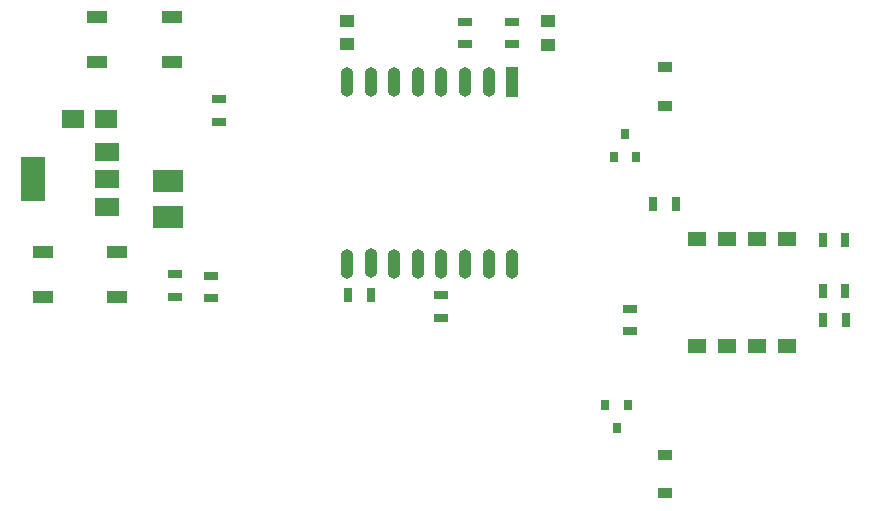
<source format=gtp>
G04 #@! TF.GenerationSoftware,KiCad,Pcbnew,(2017-04-22 revision b38541345)-makepkg*
G04 #@! TF.CreationDate,2017-05-30T09:40:34-07:00*
G04 #@! TF.ProjectId,WifiRelay,5769666952656C61792E6B696361645F,rev?*
G04 #@! TF.FileFunction,Paste,Top*
G04 #@! TF.FilePolarity,Positive*
%FSLAX46Y46*%
G04 Gerber Fmt 4.6, Leading zero omitted, Abs format (unit mm)*
G04 Created by KiCad (PCBNEW (2017-04-22 revision b38541345)-makepkg) date 05/30/17 09:40:34*
%MOMM*%
%LPD*%
G01*
G04 APERTURE LIST*
%ADD10C,0.100000*%
%ADD11R,1.250000X1.000000*%
%ADD12R,1.300000X0.700000*%
%ADD13R,0.700000X1.300000*%
%ADD14R,1.200000X0.900000*%
%ADD15R,0.800000X0.900000*%
%ADD16R,1.950000X1.500000*%
%ADD17R,1.100000X2.500000*%
%ADD18O,1.100000X2.500000*%
%ADD19R,2.500000X1.950000*%
%ADD20R,2.000000X1.500000*%
%ADD21R,2.000000X3.800000*%
%ADD22R,1.500000X1.300000*%
%ADD23R,1.700000X1.000000*%
G04 APERTURE END LIST*
D10*
D11*
X89356180Y-78637380D03*
X89356180Y-80637380D03*
D12*
X99312980Y-78715320D03*
X99312980Y-80615320D03*
X103267760Y-78702620D03*
X103267760Y-80602620D03*
D13*
X91348600Y-101854000D03*
X89448600Y-101854000D03*
D12*
X77806800Y-100219000D03*
X77806800Y-102119000D03*
X113282980Y-103012960D03*
X113282980Y-104912960D03*
X97331780Y-103764880D03*
X97331780Y-101864880D03*
D13*
X129640500Y-101486460D03*
X131540500Y-101486460D03*
X129668480Y-103988360D03*
X131568480Y-103988360D03*
X115279380Y-94191580D03*
X117179380Y-94191580D03*
X131522760Y-97173540D03*
X129622760Y-97173540D03*
D14*
X116272560Y-85886320D03*
X116272560Y-82586320D03*
X116272560Y-118660940D03*
X116272560Y-115360940D03*
D15*
X111903720Y-90210640D03*
X113803720Y-90210640D03*
X112853720Y-88210640D03*
X113115420Y-111153700D03*
X111215420Y-111153700D03*
X112165420Y-113153700D03*
D16*
X68913600Y-86995000D03*
X66163600Y-86995000D03*
D11*
X106376720Y-80657700D03*
X106376720Y-78657700D03*
D12*
X78460600Y-87183000D03*
X78460600Y-85283000D03*
X74733400Y-102007200D03*
X74733400Y-100107200D03*
D17*
X103333800Y-83847200D03*
D18*
X101333800Y-83847200D03*
X99333800Y-83847200D03*
X97333800Y-83847200D03*
X95333800Y-83847200D03*
X93333800Y-83847200D03*
X91333800Y-83847200D03*
X89333800Y-83847200D03*
X89333800Y-99247200D03*
X91333800Y-99147200D03*
X93333800Y-99247200D03*
X95333800Y-99247200D03*
X97333800Y-99247200D03*
X99333800Y-99247200D03*
X101333800Y-99247200D03*
X103333800Y-99247200D03*
D19*
X74144120Y-95215200D03*
X74144120Y-92165200D03*
D20*
X69012200Y-94375000D03*
X69012200Y-89775000D03*
X69012200Y-92075000D03*
D21*
X62712200Y-92075000D03*
D22*
X118980200Y-97136320D03*
X118980200Y-106136320D03*
X121520200Y-97136320D03*
X121520200Y-106136320D03*
X124060200Y-97136320D03*
X124060200Y-106136320D03*
X126600200Y-97136320D03*
X126600200Y-106136320D03*
D23*
X74499720Y-82152140D03*
X68199720Y-82152140D03*
X74499720Y-78352140D03*
X68199720Y-78352140D03*
X63597640Y-98202160D03*
X69897640Y-98202160D03*
X63597640Y-102002160D03*
X69897640Y-102002160D03*
M02*

</source>
